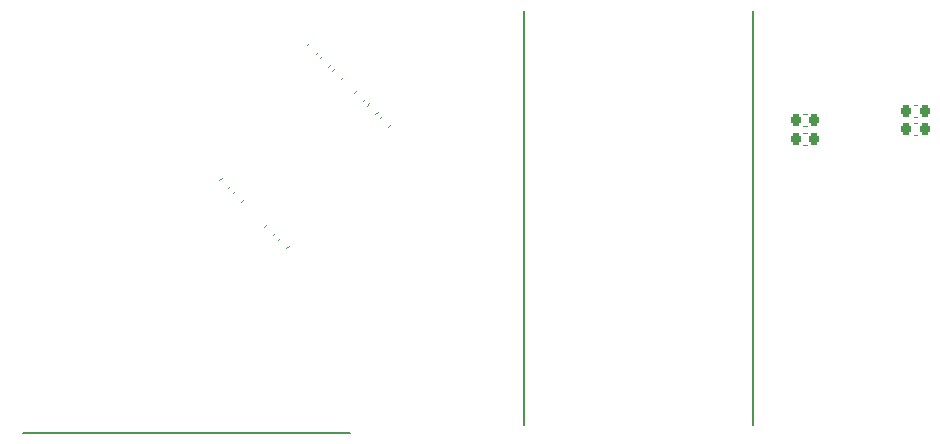
<source format=gbo>
G04 #@! TF.GenerationSoftware,KiCad,Pcbnew,7.0.8*
G04 #@! TF.CreationDate,2023-11-02T17:04:35+02:00*
G04 #@! TF.ProjectId,ssd2828_board,73736432-3832-4385-9f62-6f6172642e6b,rev?*
G04 #@! TF.SameCoordinates,Original*
G04 #@! TF.FileFunction,Legend,Bot*
G04 #@! TF.FilePolarity,Positive*
%FSLAX46Y46*%
G04 Gerber Fmt 4.6, Leading zero omitted, Abs format (unit mm)*
G04 Created by KiCad (PCBNEW 7.0.8) date 2023-11-02 17:04:35*
%MOMM*%
%LPD*%
G01*
G04 APERTURE LIST*
G04 Aperture macros list*
%AMRoundRect*
0 Rectangle with rounded corners*
0 $1 Rounding radius*
0 $2 $3 $4 $5 $6 $7 $8 $9 X,Y pos of 4 corners*
0 Add a 4 corners polygon primitive as box body*
4,1,4,$2,$3,$4,$5,$6,$7,$8,$9,$2,$3,0*
0 Add four circle primitives for the rounded corners*
1,1,$1+$1,$2,$3*
1,1,$1+$1,$4,$5*
1,1,$1+$1,$6,$7*
1,1,$1+$1,$8,$9*
0 Add four rect primitives between the rounded corners*
20,1,$1+$1,$2,$3,$4,$5,0*
20,1,$1+$1,$4,$5,$6,$7,0*
20,1,$1+$1,$6,$7,$8,$9,0*
20,1,$1+$1,$8,$9,$2,$3,0*%
G04 Aperture macros list end*
%ADD10C,0.150000*%
%ADD11C,0.120000*%
%ADD12RoundRect,0.225000X-0.017678X0.335876X-0.335876X0.017678X0.017678X-0.335876X0.335876X-0.017678X0*%
%ADD13RoundRect,0.225000X-0.225000X-0.250000X0.225000X-0.250000X0.225000X0.250000X-0.225000X0.250000X0*%
%ADD14RoundRect,0.225000X0.017678X-0.335876X0.335876X-0.017678X-0.017678X0.335876X-0.335876X0.017678X0*%
%ADD15RoundRect,0.225000X0.225000X0.250000X-0.225000X0.250000X-0.225000X-0.250000X0.225000X-0.250000X0*%
G04 APERTURE END LIST*
D10*
X94234000Y-51269400D02*
X94234000Y-86372200D01*
X113665000Y-86372200D02*
X113665000Y-51269400D01*
X51841400Y-86969600D02*
X79527400Y-86969600D01*
D11*
X74297830Y-71190219D02*
X74099019Y-71389030D01*
X73576581Y-70468970D02*
X73377770Y-70667781D01*
X127240420Y-59205400D02*
X127521580Y-59205400D01*
X127240420Y-60225400D02*
X127521580Y-60225400D01*
X127240420Y-60754799D02*
X127521580Y-60754799D01*
X127240420Y-61774799D02*
X127521580Y-61774799D01*
X75866970Y-54196381D02*
X76065781Y-53997570D01*
X76588219Y-54917630D02*
X76787030Y-54718819D01*
X78000570Y-56329981D02*
X78199381Y-56131170D01*
X78721819Y-57051230D02*
X78920630Y-56852419D01*
X80936178Y-59287173D02*
X81134989Y-59088362D01*
X81657427Y-60008422D02*
X81856238Y-59809611D01*
X118174380Y-61038200D02*
X117893220Y-61038200D01*
X118174380Y-60018200D02*
X117893220Y-60018200D01*
X82013770Y-60355381D02*
X82212581Y-60156570D01*
X82735019Y-61076630D02*
X82933830Y-60877819D01*
X118174380Y-62613000D02*
X117893220Y-62613000D01*
X118174380Y-61593000D02*
X117893220Y-61593000D01*
X70487830Y-67227819D02*
X70289019Y-67426630D01*
X69766581Y-66506570D02*
X69567770Y-66705381D01*
X73180230Y-70072619D02*
X72981419Y-70271430D01*
X72458981Y-69351370D02*
X72260170Y-69550181D01*
X76933770Y-55275381D02*
X77132581Y-55076570D01*
X77655019Y-55996630D02*
X77853830Y-55797819D01*
X69370230Y-66110219D02*
X69171419Y-66309030D01*
X68648981Y-65388970D02*
X68450170Y-65587781D01*
X79880170Y-58209581D02*
X80078981Y-58010770D01*
X80601419Y-58930830D02*
X80800230Y-58732019D01*
%LPC*%
D12*
X74385808Y-70380992D03*
X73289792Y-71477008D03*
D13*
X126606000Y-59715400D03*
X128156000Y-59715400D03*
X126606000Y-61264799D03*
X128156000Y-61264799D03*
D14*
X75778992Y-55005608D03*
X76875008Y-53909592D03*
X77912592Y-57139208D03*
X79008608Y-56043192D03*
X80848200Y-60096400D03*
X81944216Y-59000384D03*
D15*
X118808800Y-60528200D03*
X117258800Y-60528200D03*
D14*
X81925792Y-61164608D03*
X83021808Y-60068592D03*
D15*
X118808800Y-62103000D03*
X117258800Y-62103000D03*
D12*
X70575808Y-66418592D03*
X69479792Y-67514608D03*
X73268208Y-69263392D03*
X72172192Y-70359408D03*
D14*
X76845792Y-56084608D03*
X77941808Y-54988592D03*
D12*
X69458208Y-65300992D03*
X68362192Y-66397008D03*
D14*
X79792192Y-59018808D03*
X80888208Y-57922792D03*
%LPD*%
M02*

</source>
